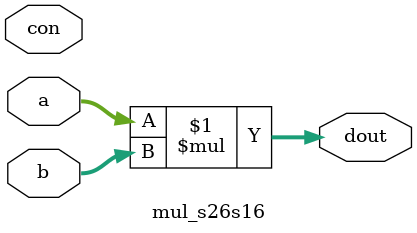
<source format=v>

module mul_s26s16 (
	a, b, dout, con
);
	input signed [25:0] a;
	input signed [15:0] b;
	output signed [41:0] dout;
	input con;

	// t« s26 x s16 = s42
	assign dout = a * b;

endmodule

</source>
